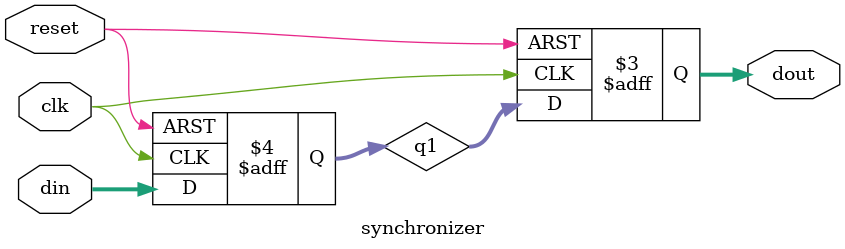
<source format=v>
module synchronizer #(parameter M=7) (
  input clk,reset,
  input [M:0]din,
  output reg [M:0]dout);
  
  reg [M:0]q1; 
  always @(posedge clk or negedge reset)begin
    if(!reset)begin
      q1<=0;
      dout<=0;end
    else begin
      q1<=din;
      dout<=q1; end
  end
endmodule

</source>
